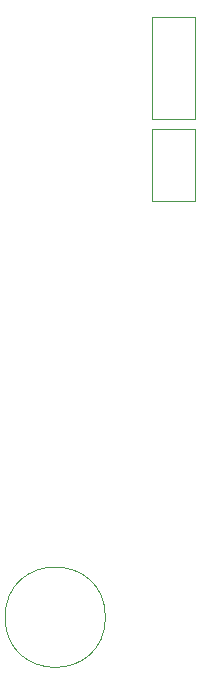
<source format=gbr>
G04 #@! TF.GenerationSoftware,KiCad,Pcbnew,(5.0.1-3-g963ef8bb5)*
G04 #@! TF.CreationDate,2019-07-05T13:12:53+05:30*
G04 #@! TF.ProjectId,8knobs-v2.1-orderworkshop,386B6E6F62732D76322E312D6F726465,rev?*
G04 #@! TF.SameCoordinates,Original*
G04 #@! TF.FileFunction,Other,User*
%FSLAX46Y46*%
G04 Gerber Fmt 4.6, Leading zero omitted, Abs format (unit mm)*
G04 Created by KiCad (PCBNEW (5.0.1-3-g963ef8bb5)) date 2019 July 05, Friday 13:12:53*
%MOMM*%
%LPD*%
G01*
G04 APERTURE LIST*
%ADD10C,0.050000*%
G04 APERTURE END LIST*
D10*
G04 #@! TO.C,C1*
X191248000Y-121365000D02*
G75*
G03X191248000Y-121365000I-4250000J0D01*
G01*
G04 #@! TO.C,Audio1*
X195198000Y-86165000D02*
X195198000Y-80015000D01*
X195198000Y-80015000D02*
X198798000Y-80015000D01*
X198798000Y-80015000D02*
X198798000Y-86165000D01*
X198798000Y-86165000D02*
X195198000Y-86165000D01*
G04 #@! TO.C,MIDI1*
X195198000Y-79165000D02*
X195198000Y-70515000D01*
X195198000Y-70515000D02*
X198798000Y-70515000D01*
X198798000Y-70515000D02*
X198798000Y-79165000D01*
X198798000Y-79165000D02*
X195198000Y-79165000D01*
G04 #@! TD*
M02*

</source>
